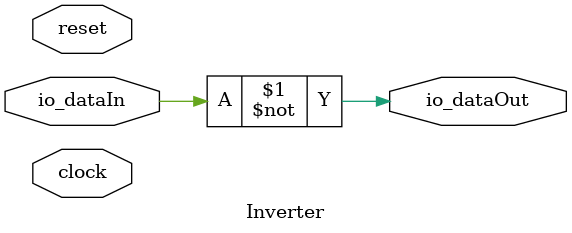
<source format=v>
module Inverter( // @[:@3.2]
  input   clock, // @[:@4.4]
  input   reset, // @[:@5.4]
  input   io_dataIn, // @[:@6.4]
  output  io_dataOut // @[:@6.4]
);
  assign io_dataOut = ~ io_dataIn; // @[Inverter.scala 13:14:@9.4]
endmodule

</source>
